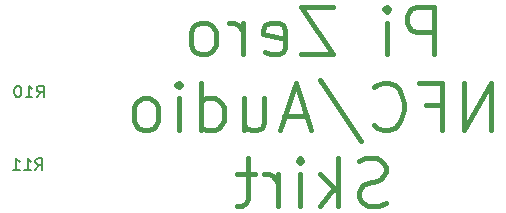
<source format=gbr>
G04 #@! TF.GenerationSoftware,KiCad,Pcbnew,(5.1.0)-1*
G04 #@! TF.CreationDate,2020-01-21T12:08:37-05:00*
G04 #@! TF.ProjectId,RasPi_NFC_Audio_KiCAD,52617350-695f-44e4-9643-5f417564696f,rev?*
G04 #@! TF.SameCoordinates,Original*
G04 #@! TF.FileFunction,Legend,Bot*
G04 #@! TF.FilePolarity,Positive*
%FSLAX46Y46*%
G04 Gerber Fmt 4.6, Leading zero omitted, Abs format (unit mm)*
G04 Created by KiCad (PCBNEW (5.1.0)-1) date 2020-01-21 12:08:37*
%MOMM*%
%LPD*%
G04 APERTURE LIST*
%ADD10C,0.400000*%
%ADD11C,0.150000*%
G04 APERTURE END LIST*
D10*
X192791476Y-75813523D02*
X192791476Y-71813523D01*
X191267666Y-71813523D01*
X190886714Y-72004000D01*
X190696238Y-72194476D01*
X190505761Y-72575428D01*
X190505761Y-73146857D01*
X190696238Y-73527809D01*
X190886714Y-73718285D01*
X191267666Y-73908761D01*
X192791476Y-73908761D01*
X188791476Y-75813523D02*
X188791476Y-73146857D01*
X188791476Y-71813523D02*
X188981952Y-72004000D01*
X188791476Y-72194476D01*
X188601000Y-72004000D01*
X188791476Y-71813523D01*
X188791476Y-72194476D01*
X184220047Y-71813523D02*
X181553380Y-71813523D01*
X184220047Y-75813523D01*
X181553380Y-75813523D01*
X178505761Y-75623047D02*
X178886714Y-75813523D01*
X179648619Y-75813523D01*
X180029571Y-75623047D01*
X180220047Y-75242095D01*
X180220047Y-73718285D01*
X180029571Y-73337333D01*
X179648619Y-73146857D01*
X178886714Y-73146857D01*
X178505761Y-73337333D01*
X178315285Y-73718285D01*
X178315285Y-74099238D01*
X180220047Y-74480190D01*
X176601000Y-75813523D02*
X176601000Y-73146857D01*
X176601000Y-73908761D02*
X176410523Y-73527809D01*
X176220047Y-73337333D01*
X175839095Y-73146857D01*
X175458142Y-73146857D01*
X173553380Y-75813523D02*
X173934333Y-75623047D01*
X174124809Y-75432571D01*
X174315285Y-75051619D01*
X174315285Y-73908761D01*
X174124809Y-73527809D01*
X173934333Y-73337333D01*
X173553380Y-73146857D01*
X172981952Y-73146857D01*
X172601000Y-73337333D01*
X172410523Y-73527809D01*
X172220047Y-73908761D01*
X172220047Y-75051619D01*
X172410523Y-75432571D01*
X172601000Y-75623047D01*
X172981952Y-75813523D01*
X173553380Y-75813523D01*
X197648619Y-82213523D02*
X197648619Y-78213523D01*
X195362904Y-82213523D01*
X195362904Y-78213523D01*
X192124809Y-80118285D02*
X193458142Y-80118285D01*
X193458142Y-82213523D02*
X193458142Y-78213523D01*
X191553380Y-78213523D01*
X187743857Y-81832571D02*
X187934333Y-82023047D01*
X188505761Y-82213523D01*
X188886714Y-82213523D01*
X189458142Y-82023047D01*
X189839095Y-81642095D01*
X190029571Y-81261142D01*
X190220047Y-80499238D01*
X190220047Y-79927809D01*
X190029571Y-79165904D01*
X189839095Y-78784952D01*
X189458142Y-78404000D01*
X188886714Y-78213523D01*
X188505761Y-78213523D01*
X187934333Y-78404000D01*
X187743857Y-78594476D01*
X183172428Y-78023047D02*
X186601000Y-83165904D01*
X182029571Y-81070666D02*
X180124809Y-81070666D01*
X182410523Y-82213523D02*
X181077190Y-78213523D01*
X179743857Y-82213523D01*
X176696238Y-79546857D02*
X176696238Y-82213523D01*
X178410523Y-79546857D02*
X178410523Y-81642095D01*
X178220047Y-82023047D01*
X177839095Y-82213523D01*
X177267666Y-82213523D01*
X176886714Y-82023047D01*
X176696238Y-81832571D01*
X173077190Y-82213523D02*
X173077190Y-78213523D01*
X173077190Y-82023047D02*
X173458142Y-82213523D01*
X174220047Y-82213523D01*
X174601000Y-82023047D01*
X174791476Y-81832571D01*
X174981952Y-81451619D01*
X174981952Y-80308761D01*
X174791476Y-79927809D01*
X174601000Y-79737333D01*
X174220047Y-79546857D01*
X173458142Y-79546857D01*
X173077190Y-79737333D01*
X171172428Y-82213523D02*
X171172428Y-79546857D01*
X171172428Y-78213523D02*
X171362904Y-78404000D01*
X171172428Y-78594476D01*
X170981952Y-78404000D01*
X171172428Y-78213523D01*
X171172428Y-78594476D01*
X168696238Y-82213523D02*
X169077190Y-82023047D01*
X169267666Y-81832571D01*
X169458142Y-81451619D01*
X169458142Y-80308761D01*
X169267666Y-79927809D01*
X169077190Y-79737333D01*
X168696238Y-79546857D01*
X168124809Y-79546857D01*
X167743857Y-79737333D01*
X167553380Y-79927809D01*
X167362904Y-80308761D01*
X167362904Y-81451619D01*
X167553380Y-81832571D01*
X167743857Y-82023047D01*
X168124809Y-82213523D01*
X168696238Y-82213523D01*
X188696238Y-88423047D02*
X188124809Y-88613523D01*
X187172428Y-88613523D01*
X186791476Y-88423047D01*
X186601000Y-88232571D01*
X186410523Y-87851619D01*
X186410523Y-87470666D01*
X186601000Y-87089714D01*
X186791476Y-86899238D01*
X187172428Y-86708761D01*
X187934333Y-86518285D01*
X188315285Y-86327809D01*
X188505761Y-86137333D01*
X188696238Y-85756380D01*
X188696238Y-85375428D01*
X188505761Y-84994476D01*
X188315285Y-84804000D01*
X187934333Y-84613523D01*
X186981952Y-84613523D01*
X186410523Y-84804000D01*
X184696238Y-88613523D02*
X184696238Y-84613523D01*
X184315285Y-87089714D02*
X183172428Y-88613523D01*
X183172428Y-85946857D02*
X184696238Y-87470666D01*
X181458142Y-88613523D02*
X181458142Y-85946857D01*
X181458142Y-84613523D02*
X181648619Y-84804000D01*
X181458142Y-84994476D01*
X181267666Y-84804000D01*
X181458142Y-84613523D01*
X181458142Y-84994476D01*
X179553380Y-88613523D02*
X179553380Y-85946857D01*
X179553380Y-86708761D02*
X179362904Y-86327809D01*
X179172428Y-86137333D01*
X178791476Y-85946857D01*
X178410523Y-85946857D01*
X177648619Y-85946857D02*
X176124809Y-85946857D01*
X177077190Y-84613523D02*
X177077190Y-88042095D01*
X176886714Y-88423047D01*
X176505761Y-88613523D01*
X176124809Y-88613523D01*
D11*
X159177357Y-79459380D02*
X159510690Y-78983190D01*
X159748785Y-79459380D02*
X159748785Y-78459380D01*
X159367833Y-78459380D01*
X159272595Y-78507000D01*
X159224976Y-78554619D01*
X159177357Y-78649857D01*
X159177357Y-78792714D01*
X159224976Y-78887952D01*
X159272595Y-78935571D01*
X159367833Y-78983190D01*
X159748785Y-78983190D01*
X158224976Y-79459380D02*
X158796404Y-79459380D01*
X158510690Y-79459380D02*
X158510690Y-78459380D01*
X158605928Y-78602238D01*
X158701166Y-78697476D01*
X158796404Y-78745095D01*
X157605928Y-78459380D02*
X157510690Y-78459380D01*
X157415452Y-78507000D01*
X157367833Y-78554619D01*
X157320214Y-78649857D01*
X157272595Y-78840333D01*
X157272595Y-79078428D01*
X157320214Y-79268904D01*
X157367833Y-79364142D01*
X157415452Y-79411761D01*
X157510690Y-79459380D01*
X157605928Y-79459380D01*
X157701166Y-79411761D01*
X157748785Y-79364142D01*
X157796404Y-79268904D01*
X157844023Y-79078428D01*
X157844023Y-78840333D01*
X157796404Y-78649857D01*
X157748785Y-78554619D01*
X157701166Y-78507000D01*
X157605928Y-78459380D01*
X159050357Y-85618880D02*
X159383690Y-85142690D01*
X159621785Y-85618880D02*
X159621785Y-84618880D01*
X159240833Y-84618880D01*
X159145595Y-84666500D01*
X159097976Y-84714119D01*
X159050357Y-84809357D01*
X159050357Y-84952214D01*
X159097976Y-85047452D01*
X159145595Y-85095071D01*
X159240833Y-85142690D01*
X159621785Y-85142690D01*
X158097976Y-85618880D02*
X158669404Y-85618880D01*
X158383690Y-85618880D02*
X158383690Y-84618880D01*
X158478928Y-84761738D01*
X158574166Y-84856976D01*
X158669404Y-84904595D01*
X157145595Y-85618880D02*
X157717023Y-85618880D01*
X157431309Y-85618880D02*
X157431309Y-84618880D01*
X157526547Y-84761738D01*
X157621785Y-84856976D01*
X157717023Y-84904595D01*
M02*

</source>
